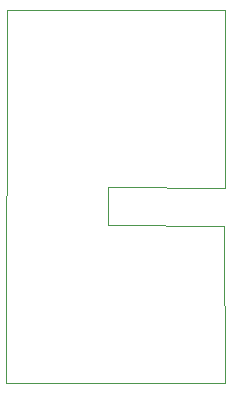
<source format=gbr>
%TF.GenerationSoftware,KiCad,Pcbnew,7.0.9*%
%TF.CreationDate,2024-03-07T22:29:04+01:00*%
%TF.ProjectId,pcb-design,7063622d-6465-4736-9967-6e2e6b696361,rev?*%
%TF.SameCoordinates,Original*%
%TF.FileFunction,Profile,NP*%
%FSLAX46Y46*%
G04 Gerber Fmt 4.6, Leading zero omitted, Abs format (unit mm)*
G04 Created by KiCad (PCBNEW 7.0.9) date 2024-03-07 22:29:04*
%MOMM*%
%LPD*%
G01*
G04 APERTURE LIST*
%TA.AperFunction,Profile*%
%ADD10C,0.100000*%
%TD*%
G04 APERTURE END LIST*
D10*
X158490000Y-134029000D02*
X148632000Y-134008000D01*
X148632000Y-137214000D01*
X158452000Y-137254000D01*
X158477000Y-150568000D01*
X139962000Y-150555000D01*
X140011000Y-119019000D01*
X158477000Y-119002000D01*
X158490000Y-134029000D01*
M02*

</source>
